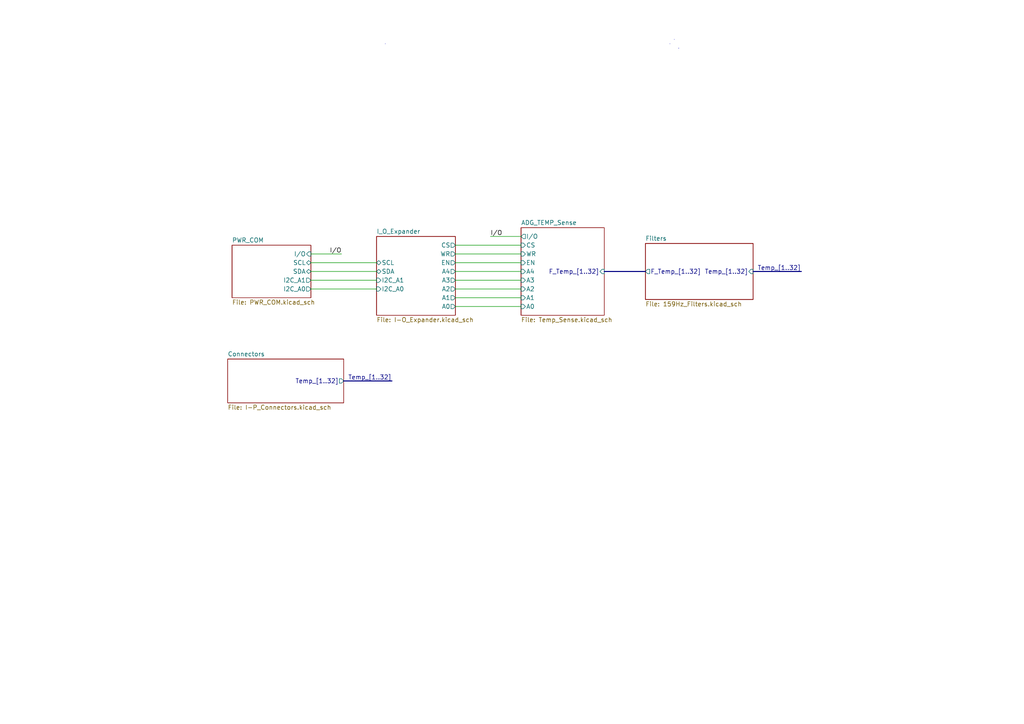
<source format=kicad_sch>
(kicad_sch (version 20230121) (generator eeschema)
  (paper "A4")
  (lib_symbols)
  (wire (pts (xy 90.17 73.66) (xy 99.06 73.66)))
  (wire (pts (xy 90.17 83.82) (xy 109.22 83.82)))
  (wire (pts (xy 90.17 76.2) (xy 109.22 76.2)))
  (wire (pts (xy 132.08 78.74) (xy 151.13 78.74)))
  (wire (pts (xy 132.08 81.28) (xy 151.13 81.28)))
  (bus (pts (xy 175.26 78.74) (xy 187.198 78.74)))
  (wire (pts (xy 132.08 88.9) (xy 151.13 88.9)))
  (wire (pts (xy 90.17 81.28) (xy 109.22 81.28)))
  (wire (pts (xy 142.24 68.58) (xy 151.13 68.58)))
  (wire (pts (xy 132.08 76.2) (xy 151.13 76.2)))
  (bus (pts (xy 99.695 110.49) (xy 113.665 110.49)))
  (bus (pts (xy 218.44 78.74) (xy 232.41 78.74)))
  (wire (pts (xy 132.08 86.36) (xy 151.13 86.36)))
  (wire (pts (xy 132.08 73.66) (xy 151.13 73.66)))
  (wire (pts (xy 132.08 71.12) (xy 151.13 71.12)))
  (wire (pts (xy 132.08 83.82) (xy 151.13 83.82)))
  (wire (pts (xy 90.17 78.74) (xy 109.22 78.74)))
  (rectangle (start 196.85 13.97) (end 196.85 13.97))
  (rectangle (start 196.85 13.97) (end 196.85 13.97))
  (rectangle (start 194.31 12.7) (end 194.31 12.7))
  (rectangle (start 195.58 11.43) (end 195.58 11.43))
  (rectangle (start 111.76 12.7) (end 111.76 12.7))
  (label "Temp_[1..32]" (at 232.3019 78.74 180))
  (label "I{slash}O" (at 99.06 73.66 180))
  (label "I{slash}O" (at 142.24 68.58 0))
  (label "Temp_[1..32]" (at 113.5569 110.49 180))
  (sheet (at 187.198 70.612) (size 31.242 16.256) (stroke (width 0.1524))
    (property "Sheetname" "Filters" (at 187.198 69.9004 0) (effects (justify left bottom)))
    (property "Sheetfile" "159Hz_Filters.kicad_sch" (at 187.198 87.4526 0) (effects (justify left top)))
    (pin "F_Temp_[1..32]" output (at 187.198 78.74 180))
    (pin "Temp_[1..32]" input (at 218.44 78.74 0))
  )
  (sheet (at 151.13 66.04) (size 24.13 25.4) (stroke (width 0.1524))
    (property "Sheetname" "ADG_TEMP_Sense" (at 151.13 65.3284 0) (effects (justify left bottom)))
    (property "Sheetfile" "Temp_Sense.kicad_sch" (at 151.13 92.0246 0) (effects (justify left top)))
    (pin "EN" input (at 151.13 76.2 180))
    (pin "CS" input (at 151.13 71.12 180))
    (pin "WR" input (at 151.13 73.66 180))
    (pin "A0" input (at 151.13 88.9 180))
    (pin "I{slash}O" output (at 151.13 68.58 180))
    (pin "A3" input (at 151.13 81.28 180))
    (pin "A2" input (at 151.13 83.82 180))
    (pin "A4" input (at 151.13 78.74 180))
    (pin "A1" input (at 151.13 86.36 180))
    (pin "F_Temp_[1..32]" input (at 175.26 78.74 0))
  )
  (sheet (at 109.22 68.58) (size 22.86 22.86) (stroke (width 0.1524))
    (property "Sheetname" "I_O_Expander" (at 109.22 67.8684 0) (effects (justify left bottom)))
    (property "Sheetfile" "I-O_Expander.kicad_sch" (at 109.22 92.0246 0) (effects (justify left top)))
    (pin "A2" output (at 132.08 83.82 0))
    (pin "CS" output (at 132.08 71.12 0))
    (pin "WR" output (at 132.08 73.66 0))
    (pin "EN" output (at 132.08 76.2 0))
    (pin "A4" output (at 132.08 78.74 0))
    (pin "A3" output (at 132.08 81.28 0))
    (pin "A0" output (at 132.08 88.9 0))
    (pin "I2C_A1" input (at 109.22 81.28 180))
    (pin "A1" output (at 132.08 86.36 0))
    (pin "SCL" bidirectional (at 109.22 76.2 180))
    (pin "I2C_A0" input (at 109.22 83.82 180))
    (pin "SDA" bidirectional (at 109.22 78.74 180))
  )
  (sheet (at 67.31 71.12) (size 22.86 15.24) (stroke (width 0.1524))
    (property "Sheetname" "PWR_COM" (at 67.31 70.4084 0) (effects (justify left bottom)))
    (property "Sheetfile" "PWR_COM.kicad_sch" (at 67.31 86.9446 0) (effects (justify left top)))
    (pin "I{slash}O" input (at 90.17 73.66 0))
    (pin "SCL" bidirectional (at 90.17 76.2 0))
    (pin "SDA" bidirectional (at 90.17 78.74 0))
    (pin "I2C_A1" output (at 90.17 81.28 0))
    (pin "I2C_A0" output (at 90.17 83.82 0))
  )
  (sheet (at 66.04 104.14) (size 33.655 12.7) (stroke (width 0.1524))
    (property "Sheetname" "Connectors" (at 66.04 103.4284 0) (effects (justify left bottom)))
    (property "Sheetfile" "I-P_Connectors.kicad_sch" (at 66.04 117.4246 0) (effects (justify left top)))
    (pin "Temp_[1..32]" output (at 99.695 110.49 0))
  )
)
</source>
